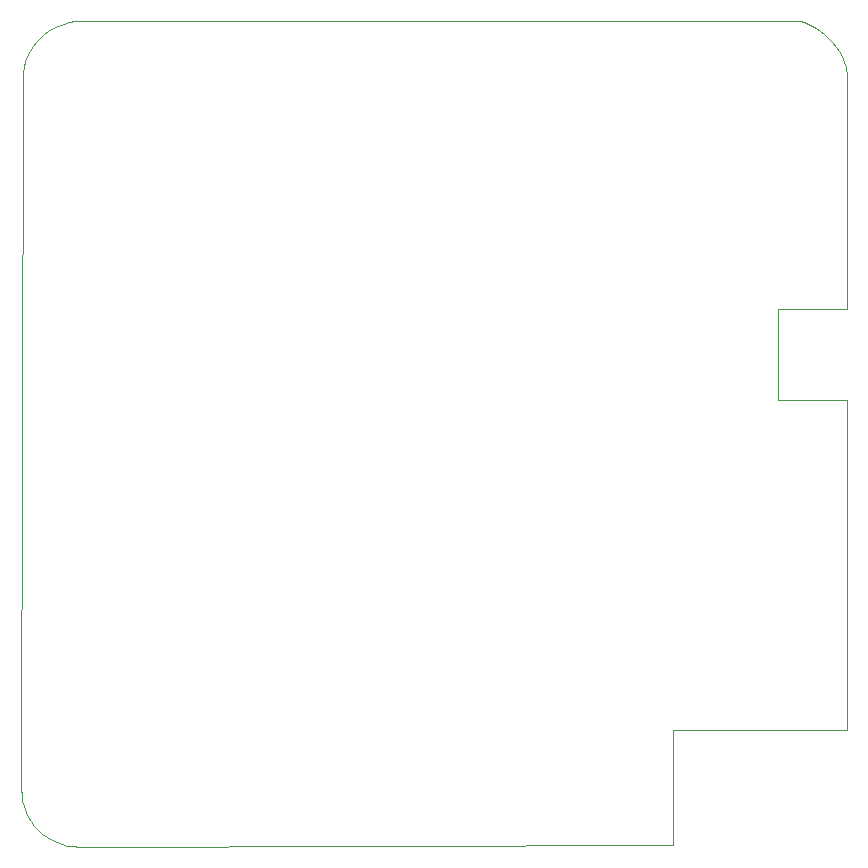
<source format=gbr>
G04 #@! TF.GenerationSoftware,KiCad,Pcbnew,(6.0.6)*
G04 #@! TF.CreationDate,2023-09-07T11:34:38+01:00*
G04 #@! TF.ProjectId,AirQualityPCB,41697251-7561-46c6-9974-795043422e6b,rev?*
G04 #@! TF.SameCoordinates,Original*
G04 #@! TF.FileFunction,Profile,NP*
%FSLAX46Y46*%
G04 Gerber Fmt 4.6, Leading zero omitted, Abs format (unit mm)*
G04 Created by KiCad (PCBNEW (6.0.6)) date 2023-09-07 11:34:38*
%MOMM*%
%LPD*%
G01*
G04 APERTURE LIST*
G04 #@! TA.AperFunction,Profile*
%ADD10C,0.100000*%
G04 #@! TD*
G04 APERTURE END LIST*
D10*
X105769303Y-63600507D02*
X105693856Y-64077997D01*
X175442065Y-64126057D02*
X175401758Y-63880594D01*
X175474608Y-84076778D02*
X175474608Y-64626801D01*
X105756900Y-126210639D02*
X105921748Y-126660740D01*
X108979959Y-129424395D02*
X109449181Y-129543251D01*
X169574710Y-84076778D02*
X175474608Y-84076778D01*
X174180645Y-61510196D02*
X173854565Y-61161897D01*
X169574710Y-91777082D02*
X169574710Y-84076778D01*
X174485019Y-61887434D02*
X174180645Y-61510196D01*
X171790608Y-59826578D02*
X171489851Y-59752164D01*
X105667500Y-64568923D02*
X105536759Y-124753364D01*
X108529341Y-129261615D02*
X108979959Y-129424395D01*
X172805534Y-60318537D02*
X172455167Y-60111832D01*
X108667317Y-60111314D02*
X108238920Y-60316470D01*
X105693856Y-64077997D02*
X105667500Y-64568923D01*
X175466353Y-64374620D02*
X175442065Y-64126057D01*
X175474608Y-91777082D02*
X169574710Y-91777082D01*
X110436718Y-129637308D02*
X160674478Y-129526720D01*
X106655553Y-127868936D02*
X106971813Y-128216202D01*
X171489851Y-59752164D02*
X171219068Y-59726843D01*
X109117936Y-59946983D02*
X108667317Y-60111314D01*
X105891259Y-63138519D02*
X105769303Y-63600507D01*
X107697350Y-128812546D02*
X108100943Y-129056976D01*
X172114104Y-59946984D02*
X171790608Y-59826578D01*
X175401758Y-63880594D02*
X175347497Y-63639265D01*
X106509826Y-61872964D02*
X106263847Y-62272423D01*
X110574694Y-59726842D02*
X110073950Y-59752163D01*
X173511950Y-60845637D02*
X173160033Y-60564001D01*
X171219068Y-59726843D02*
X110574694Y-59726842D01*
X105562080Y-125254625D02*
X105636494Y-125740900D01*
X173160033Y-60564001D02*
X172805534Y-60318537D01*
X172455167Y-60111832D02*
X172114104Y-59946984D01*
X106127937Y-127088622D02*
X106373400Y-127492214D01*
X109587158Y-59826577D02*
X109117936Y-59946983D01*
X105536759Y-124753364D02*
X105562080Y-125254625D01*
X173854565Y-61161897D02*
X173511950Y-60845637D01*
X107834810Y-60560899D02*
X107457572Y-60840985D01*
X109449181Y-129543251D02*
X109935973Y-129615083D01*
X107457572Y-60840985D02*
X107109273Y-61154661D01*
X106263847Y-62272423D02*
X106056624Y-62695136D01*
X110574694Y-59726842D02*
X110574694Y-59726842D01*
X105636494Y-125740900D02*
X105756900Y-126210639D01*
X106971813Y-128216202D02*
X107320112Y-128531945D01*
X175347497Y-63639265D02*
X175198153Y-63170043D01*
X174760453Y-62291543D02*
X174485019Y-61887434D01*
X160674478Y-129526720D02*
X160674478Y-119726802D01*
X110073950Y-59752163D02*
X109587158Y-59826577D01*
X175474608Y-64626801D02*
X175466353Y-64374620D01*
X106792496Y-61499860D02*
X106509826Y-61872964D01*
X106056624Y-62695136D02*
X105891259Y-63138519D01*
X160674478Y-119726802D02*
X175474608Y-119726802D01*
X175198153Y-63170043D02*
X175000232Y-62719424D01*
X175000232Y-62719424D02*
X174760453Y-62291543D01*
X107320112Y-128531945D02*
X107697350Y-128812546D01*
X106373400Y-127492214D02*
X106655553Y-127868936D01*
X108100943Y-129056976D02*
X108529341Y-129261615D01*
X107109273Y-61154661D02*
X106792496Y-61499860D01*
X108238920Y-60316470D02*
X107834810Y-60560899D01*
X175474608Y-119726802D02*
X175474608Y-91777082D01*
X109935973Y-129615083D02*
X110436718Y-129637308D01*
X105921748Y-126660740D02*
X106127937Y-127088622D01*
M02*

</source>
